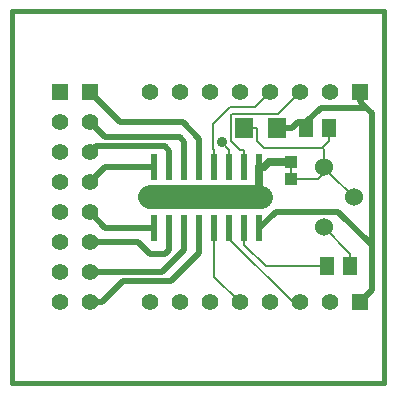
<source format=gtl>
G04 (created by PCBNEW-RS274X (2011-07-08)-stable) date Wed 05 Oct 2011 11:32:09 AM CEST*
G01*
G70*
G90*
%MOIN*%
G04 Gerber Fmt 3.4, Leading zero omitted, Abs format*
%FSLAX34Y34*%
G04 APERTURE LIST*
%ADD10C,0.006000*%
%ADD11C,0.015000*%
%ADD12C,0.060000*%
%ADD13R,0.055000X0.055000*%
%ADD14C,0.055000*%
%ADD15R,0.023600X0.086600*%
%ADD16R,0.051100X0.059000*%
%ADD17R,0.062900X0.070800*%
%ADD18R,0.040000X0.040000*%
%ADD19C,0.035000*%
%ADD20C,0.008000*%
%ADD21C,0.025000*%
%ADD22C,0.080000*%
%ADD23C,0.075000*%
%ADD24C,0.020000*%
G04 APERTURE END LIST*
G54D10*
G54D11*
X54100Y-17400D02*
X41700Y-17400D01*
X54100Y-29800D02*
X54100Y-17400D01*
X41700Y-29800D02*
X54100Y-29800D01*
X41700Y-17400D02*
X41700Y-29800D01*
G54D12*
X52100Y-22600D03*
X53100Y-23600D03*
X52100Y-24600D03*
G54D13*
X44300Y-20100D03*
G54D14*
X44300Y-21100D03*
X44300Y-22100D03*
X44300Y-23100D03*
X44300Y-24100D03*
X44300Y-25100D03*
X44300Y-26100D03*
X44300Y-27100D03*
G54D13*
X43300Y-20100D03*
G54D14*
X43300Y-21100D03*
X43300Y-22100D03*
X43300Y-23100D03*
X43300Y-24100D03*
X43300Y-25100D03*
X43300Y-26100D03*
X43300Y-27100D03*
G54D13*
X53300Y-20100D03*
G54D14*
X52300Y-20100D03*
X51300Y-20100D03*
X50300Y-20100D03*
X49300Y-20100D03*
X48300Y-20100D03*
X47300Y-20100D03*
X46300Y-20100D03*
G54D13*
X53300Y-27100D03*
G54D14*
X52300Y-27100D03*
X51300Y-27100D03*
X50300Y-27100D03*
X49300Y-27100D03*
X48300Y-27100D03*
X47300Y-27100D03*
X46300Y-27100D03*
G54D15*
X49950Y-22577D03*
X49450Y-22577D03*
X48950Y-22577D03*
X48450Y-22577D03*
X47950Y-22577D03*
X47450Y-22577D03*
X46950Y-22577D03*
X46450Y-22577D03*
X46450Y-24623D03*
X46950Y-24623D03*
X47450Y-24623D03*
X47950Y-24623D03*
X48450Y-24623D03*
X48950Y-24623D03*
X49450Y-24623D03*
X49950Y-24623D03*
G54D16*
X52974Y-25900D03*
X52226Y-25900D03*
G54D17*
X50551Y-21300D03*
X49449Y-21300D03*
G54D16*
X51526Y-21300D03*
X52274Y-21300D03*
G54D18*
X51000Y-22425D03*
X51000Y-22975D03*
G54D19*
X48700Y-21771D03*
G54D14*
X46300Y-23600D03*
G54D20*
X48450Y-22577D02*
X48450Y-22021D01*
X48402Y-21973D02*
X48450Y-22021D01*
X48402Y-21168D02*
X48402Y-21973D01*
X48991Y-20579D02*
X48402Y-21168D01*
X49821Y-20579D02*
X48991Y-20579D01*
X50300Y-20100D02*
X49821Y-20579D01*
X48450Y-26250D02*
X49300Y-27100D01*
X48450Y-24623D02*
X48450Y-26250D01*
X49450Y-22577D02*
X49450Y-22021D01*
X50578Y-20822D02*
X51300Y-20100D01*
X49032Y-20822D02*
X50578Y-20822D01*
X48998Y-20856D02*
X49032Y-20822D01*
X48998Y-21716D02*
X48998Y-20856D01*
X49303Y-22021D02*
X48998Y-21716D01*
X49450Y-22021D02*
X49303Y-22021D01*
X48950Y-22021D02*
X48700Y-21771D01*
X48950Y-22021D02*
X48950Y-22577D01*
X51064Y-27100D02*
X51300Y-27100D01*
X48950Y-24986D02*
X51064Y-27100D01*
X48950Y-24623D02*
X48950Y-24986D01*
X49449Y-21300D02*
X49886Y-21300D01*
X52274Y-21300D02*
X52274Y-21718D01*
X52274Y-21718D02*
X52046Y-21946D01*
X52100Y-22000D02*
X52046Y-21946D01*
X52100Y-22600D02*
X52100Y-22000D01*
X49886Y-21706D02*
X49886Y-21300D01*
X50126Y-21946D02*
X49886Y-21706D01*
X52046Y-21946D02*
X50126Y-21946D01*
X52100Y-22787D02*
X52100Y-22600D01*
X51912Y-22975D02*
X52100Y-22787D01*
X51000Y-22975D02*
X51912Y-22975D01*
X52287Y-22787D02*
X53100Y-23600D01*
X52100Y-22787D02*
X52287Y-22787D01*
X51000Y-22975D02*
X51000Y-22425D01*
G54D21*
X50275Y-22425D02*
X51000Y-22425D01*
X49950Y-22577D02*
X50123Y-22577D01*
X50123Y-22577D02*
X50275Y-22425D01*
X49950Y-22577D02*
X49950Y-23600D01*
G54D22*
X46300Y-23600D02*
X49900Y-23600D01*
G54D23*
X49900Y-23600D02*
X49950Y-23600D01*
X49950Y-23600D02*
X50000Y-23600D01*
G54D21*
X49900Y-23550D02*
X49900Y-23600D01*
X49950Y-23600D02*
X49900Y-23550D01*
G54D20*
X52974Y-25474D02*
X52100Y-24600D01*
X52974Y-25900D02*
X52974Y-25474D01*
X50171Y-25900D02*
X49450Y-25179D01*
X52226Y-25900D02*
X50171Y-25900D01*
X49450Y-24623D02*
X49450Y-25179D01*
G54D24*
X45300Y-21100D02*
X44300Y-20100D01*
X47400Y-21100D02*
X45300Y-21100D01*
X47950Y-21650D02*
X47400Y-21100D01*
X47950Y-22577D02*
X47950Y-21650D01*
X44800Y-21600D02*
X44300Y-21100D01*
X47300Y-21600D02*
X44800Y-21600D01*
X47450Y-21750D02*
X47300Y-21600D01*
X47450Y-22577D02*
X47450Y-21750D01*
X44500Y-21900D02*
X44300Y-22100D01*
X46800Y-21900D02*
X44500Y-21900D01*
X46950Y-22050D02*
X46800Y-21900D01*
X46950Y-22577D02*
X46950Y-22050D01*
X44823Y-22577D02*
X44300Y-23100D01*
X46450Y-22577D02*
X44823Y-22577D01*
X47450Y-25350D02*
X47450Y-24623D01*
X46700Y-26100D02*
X47450Y-25350D01*
X44300Y-26100D02*
X46700Y-26100D01*
X47950Y-25450D02*
X47950Y-24623D01*
X47000Y-26400D02*
X47950Y-25450D01*
X45400Y-26400D02*
X47000Y-26400D01*
X44700Y-27100D02*
X45400Y-26400D01*
X44300Y-27100D02*
X44700Y-27100D01*
X46950Y-25350D02*
X46950Y-24623D01*
X46800Y-25500D02*
X46950Y-25350D01*
X46300Y-25500D02*
X46800Y-25500D01*
X45900Y-25100D02*
X46300Y-25500D01*
X44300Y-25100D02*
X45900Y-25100D01*
X44823Y-24623D02*
X44300Y-24100D01*
X46450Y-24623D02*
X44823Y-24623D01*
X53700Y-26700D02*
X53300Y-27100D01*
X53700Y-25199D02*
X53700Y-26700D01*
X50496Y-24077D02*
X49950Y-24623D01*
X52578Y-24077D02*
X50496Y-24077D01*
X53700Y-25199D02*
X52578Y-24077D01*
X51526Y-21300D02*
X51526Y-21101D01*
X50551Y-21300D02*
X51048Y-21300D01*
X53300Y-20400D02*
X53508Y-20608D01*
X53300Y-20100D02*
X53300Y-20400D01*
X53700Y-20800D02*
X53700Y-25199D01*
X53508Y-20608D02*
X53700Y-20800D01*
X51247Y-21101D02*
X51048Y-21300D01*
X51526Y-21101D02*
X51247Y-21101D01*
X52019Y-20608D02*
X51526Y-21101D01*
X53508Y-20608D02*
X52019Y-20608D01*
M02*

</source>
